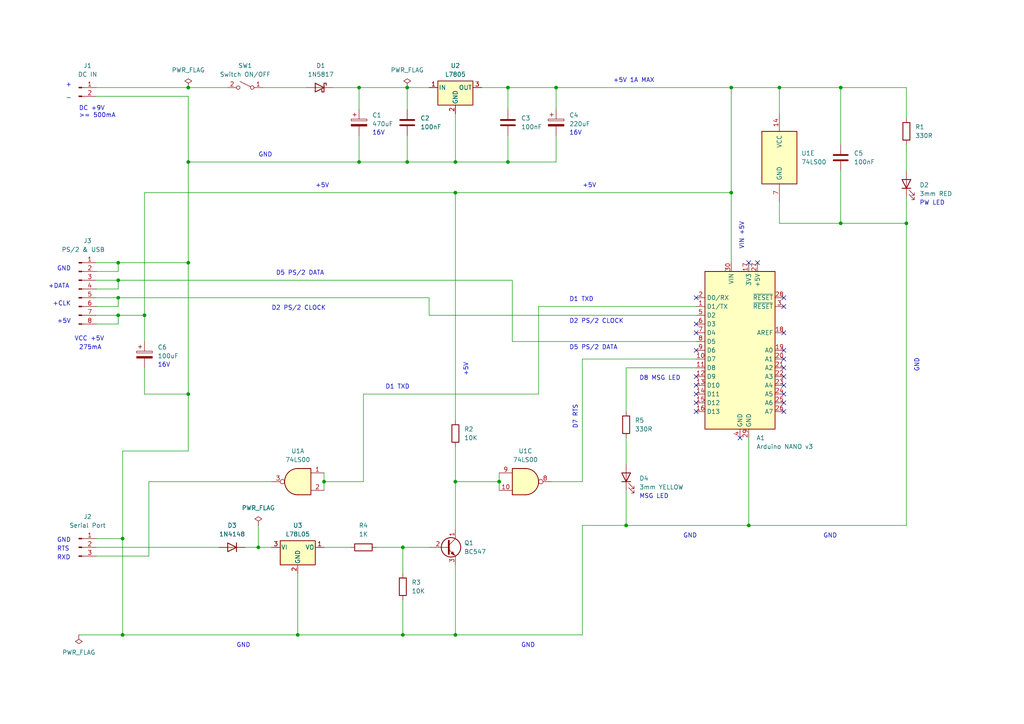
<source format=kicad_sch>
(kicad_sch (version 20230121) (generator eeschema)
  (paper "A4")
  (title_block (title "Mouse PS/2 to Serial Adapter") (date "2023-08-09") (rev "2") (company "Cesar Rincon") (comment 1 "NightFox & Co.") (comment 2 "nightfoxandco.com") (comment 3 "contact@nightfoxandco.com") (comment 4 "v1.0.1   -   \"In-a-box\" version"))
  (lib_symbols
    (symbol "74xx:74LS00" (pin_names (offset 1.016))
      (property "Reference" "U" (at 0 1.27 0))
      (property "Value" "74LS00" (at 0 -1.27 0))
      (symbol "74LS00_1_1"
        (arc (start 0 -3.81) (mid 3.7934 0) (end 0 3.81) (stroke (width 0.254)) (fill (type background)))
        (polyline (pts (xy 0 3.81) (xy -3.81 3.81) (xy -3.81 -3.81) (xy 0 -3.81)) (stroke (width 0.254)) (fill (type background)))
        (pin input line (at -7.62 2.54 0) (length 3.81) (name "~") (number "1"))
        (pin input line (at -7.62 -2.54 0) (length 3.81) (name "~") (number "2"))
        (pin output inverted (at 7.62 0 180) (length 3.81) (name "~") (number "3"))
      )
      (symbol "74LS00_1_2"
        (arc (start -3.81 -3.81) (mid -2.589 0) (end -3.81 3.81) (stroke (width 0.254)))
        (arc (start -0.6096 -3.81) (mid 2.1842 -2.5851) (end 3.81 0) (stroke (width 0.254)) (fill (type background)))
        (polyline (pts (xy -3.81 -3.81) (xy -0.635 -3.81)) (stroke (width 0.254)) (fill (type background)))
        (polyline (pts (xy -3.81 3.81) (xy -0.635 3.81)) (stroke (width 0.254)) (fill (type background)))
        (polyline (pts (xy -0.635 3.81) (xy -3.81 3.81) (xy -3.81 3.81) (xy -3.556 3.4036) (xy -3.0226 2.2606) (xy -2.6924 1.0414) (xy -2.6162 -0.254) (xy -2.7686 -1.4986) (xy -3.175 -2.7178) (xy -3.81 -3.81) (xy -3.81 -3.81) (xy -0.635 -3.81)) (stroke (width -25.4)) (fill (type background)))
        (arc (start 3.81 0) (mid 2.1915 2.5936) (end -0.6096 3.81) (stroke (width 0.254)) (fill (type background)))
        (pin input inverted (at -7.62 2.54 0) (length 4.318) (name "~") (number "1"))
        (pin input inverted (at -7.62 -2.54 0) (length 4.318) (name "~") (number "2"))
        (pin output line (at 7.62 0 180) (length 3.81) (name "~") (number "3"))
      )
      (symbol "74LS00_2_1"
        (arc (start 0 -3.81) (mid 3.7934 0) (end 0 3.81) (stroke (width 0.254)) (fill (type background)))
        (polyline (pts (xy 0 3.81) (xy -3.81 3.81) (xy -3.81 -3.81) (xy 0 -3.81)) (stroke (width 0.254)) (fill (type background)))
        (pin input line (at -7.62 2.54 0) (length 3.81) (name "~") (number "4"))
        (pin input line (at -7.62 -2.54 0) (length 3.81) (name "~") (number "5"))
        (pin output inverted (at 7.62 0 180) (length 3.81) (name "~") (number "6"))
      )
      (symbol "74LS00_2_2"
        (arc (start -3.81 -3.81) (mid -2.589 0) (end -3.81 3.81) (stroke (width 0.254)))
        (arc (start -0.6096 -3.81) (mid 2.1842 -2.5851) (end 3.81 0) (stroke (width 0.254)) (fill (type background)))
        (polyline (pts (xy -3.81 -3.81) (xy -0.635 -3.81)) (stroke (width 0.254)) (fill (type background)))
        (polyline (pts (xy -3.81 3.81) (xy -0.635 3.81)) (stroke (width 0.254)) (fill (type background)))
        (polyline (pts (xy -0.635 3.81) (xy -3.81 3.81) (xy -3.81 3.81) (xy -3.556 3.4036) (xy -3.0226 2.2606) (xy -2.6924 1.0414) (xy -2.6162 -0.254) (xy -2.7686 -1.4986) (xy -3.175 -2.7178) (xy -3.81 -3.81) (xy -3.81 -3.81) (xy -0.635 -3.81)) (stroke (width -25.4)) (fill (type background)))
        (arc (start 3.81 0) (mid 2.1915 2.5936) (end -0.6096 3.81) (stroke (width 0.254)) (fill (type background)))
        (pin input inverted (at -7.62 2.54 0) (length 4.318) (name "~") (number "4"))
        (pin input inverted (at -7.62 -2.54 0) (length 4.318) (name "~") (number "5"))
        (pin output line (at 7.62 0 180) (length 3.81) (name "~") (number "6"))
      )
      (symbol "74LS00_3_1"
        (arc (start 0 -3.81) (mid 3.7934 0) (end 0 3.81) (stroke (width 0.254)) (fill (type background)))
        (polyline (pts (xy 0 3.81) (xy -3.81 3.81) (xy -3.81 -3.81) (xy 0 -3.81)) (stroke (width 0.254)) (fill (type background)))
        (pin input line (at -7.62 -2.54 0) (length 3.81) (name "~") (number "10"))
        (pin output inverted (at 7.62 0 180) (length 3.81) (name "~") (number "8"))
        (pin input line (at -7.62 2.54 0) (length 3.81) (name "~") (number "9"))
      )
      (symbol "74LS00_3_2"
        (arc (start -3.81 -3.81) (mid -2.589 0) (end -3.81 3.81) (stroke (width 0.254)))
        (arc (start -0.6096 -3.81) (mid 2.1842 -2.5851) (end 3.81 0) (stroke (width 0.254)) (fill (type background)))
        (polyline (pts (xy -3.81 -3.81) (xy -0.635 -3.81)) (stroke (width 0.254)) (fill (type background)))
        (polyline (pts (xy -3.81 3.81) (xy -0.635 3.81)) (stroke (width 0.254)) (fill (type background)))
        (polyline (pts (xy -0.635 3.81) (xy -3.81 3.81) (xy -3.81 3.81) (xy -3.556 3.4036) (xy -3.0226 2.2606) (xy -2.6924 1.0414) (xy -2.6162 -0.254) (xy -2.7686 -1.4986) (xy -3.175 -2.7178) (xy -3.81 -3.81) (xy -3.81 -3.81) (xy -0.635 -3.81)) (stroke (width -25.4)) (fill (type background)))
        (arc (start 3.81 0) (mid 2.1915 2.5936) (end -0.6096 3.81) (stroke (width 0.254)) (fill (type background)))
        (pin input inverted (at -7.62 -2.54 0) (length 4.318) (name "~") (number "10"))
        (pin output line (at 7.62 0 180) (length 3.81) (name "~") (number "8"))
        (pin input inverted (at -7.62 2.54 0) (length 4.318) (name "~") (number "9"))
      )
      (symbol "74LS00_4_1"
        (arc (start 0 -3.81) (mid 3.7934 0) (end 0 3.81) (stroke (width 0.254)) (fill (type background)))
        (polyline (pts (xy 0 3.81) (xy -3.81 3.81) (xy -3.81 -3.81) (xy 0 -3.81)) (stroke (width 0.254)) (fill (type background)))
        (pin output inverted (at 7.62 0 180) (length 3.81) (name "~") (number "11"))
        (pin input line (at -7.62 2.54 0) (length 3.81) (name "~") (number "12"))
        (pin input line (at -7.62 -2.54 0) (length 3.81) (name "~") (number "13"))
      )
      (symbol "74LS00_4_2"
        (arc (start -3.81 -3.81) (mid -2.589 0) (end -3.81 3.81) (stroke (width 0.254)))
        (arc (start -0.6096 -3.81) (mid 2.1842 -2.5851) (end 3.81 0) (stroke (width 0.254)) (fill (type background)))
        (polyline (pts (xy -3.81 -3.81) (xy -0.635 -3.81)) (stroke (width 0.254)) (fill (type background)))
        (polyline (pts (xy -3.81 3.81) (xy -0.635 3.81)) (stroke (width 0.254)) (fill (type background)))
        (polyline (pts (xy -0.635 3.81) (xy -3.81 3.81) (xy -3.81 3.81) (xy -3.556 3.4036) (xy -3.0226 2.2606) (xy -2.6924 1.0414) (xy -2.6162 -0.254) (xy -2.7686 -1.4986) (xy -3.175 -2.7178) (xy -3.81 -3.81) (xy -3.81 -3.81) (xy -0.635 -3.81)) (stroke (width -25.4)) (fill (type background)))
        (arc (start 3.81 0) (mid 2.1915 2.5936) (end -0.6096 3.81) (stroke (width 0.254)) (fill (type background)))
        (pin output line (at 7.62 0 180) (length 3.81) (name "~") (number "11"))
        (pin input inverted (at -7.62 2.54 0) (length 4.318) (name "~") (number "12"))
        (pin input inverted (at -7.62 -2.54 0) (length 4.318) (name "~") (number "13"))
      )
      (symbol "74LS00_5_0"
        (pin power_in line (at 0 12.7 270) (length 5.08) (name "VCC") (number "14"))
        (pin power_in line (at 0 -12.7 90) (length 5.08) (name "GND") (number "7"))
      )
      (symbol "74LS00_5_1"
        (rectangle (start -5.08 7.62) (end 5.08 -7.62) (stroke (width 0.254)) (fill (type background)))
      )
    )
    (symbol "Connector:Conn_01x02_Pin" (pin_names (offset 1.016) hide)
      (property "Reference" "J" (at 0 2.54 0))
      (property "Value" "Conn_01x02_Pin" (at 0 -5.08 0))
      (symbol "Conn_01x02_Pin_1_1"
        (polyline (pts (xy 1.27 -2.54) (xy 0.8636 -2.54)) (stroke (width 0.1524)))
        (polyline (pts (xy 1.27 0) (xy 0.8636 0)) (stroke (width 0.1524)))
        (rectangle (start 0.8636 -2.413) (end 0 -2.667) (stroke (width 0.1524)) (fill (type outline)))
        (rectangle (start 0.8636 0.127) (end 0 -0.127) (stroke (width 0.1524)) (fill (type outline)))
        (pin passive line (at 5.08 0 180) (length 3.81) (name "Pin_1") (number "1"))
        (pin passive line (at 5.08 -2.54 180) (length 3.81) (name "Pin_2") (number "2"))
      )
    )
    (symbol "Connector:Conn_01x03_Pin" (pin_names (offset 1.016) hide)
      (property "Reference" "J" (at 0 5.08 0))
      (property "Value" "Conn_01x03_Pin" (at 0 -5.08 0))
      (symbol "Conn_01x03_Pin_1_1"
        (polyline (pts (xy 1.27 -2.54) (xy 0.8636 -2.54)) (stroke (width 0.1524)))
        (polyline (pts (xy 1.27 0) (xy 0.8636 0)) (stroke (width 0.1524)))
        (polyline (pts (xy 1.27 2.54) (xy 0.8636 2.54)) (stroke (width 0.1524)))
        (rectangle (start 0.8636 -2.413) (end 0 -2.667) (stroke (width 0.1524)) (fill (type outline)))
        (rectangle (start 0.8636 0.127) (end 0 -0.127) (stroke (width 0.1524)) (fill (type outline)))
        (rectangle (start 0.8636 2.667) (end 0 2.413) (stroke (width 0.1524)) (fill (type outline)))
        (pin passive line (at 5.08 2.54 180) (length 3.81) (name "Pin_1") (number "1"))
        (pin passive line (at 5.08 0 180) (length 3.81) (name "Pin_2") (number "2"))
        (pin passive line (at 5.08 -2.54 180) (length 3.81) (name "Pin_3") (number "3"))
      )
    )
    (symbol "Connector:Conn_01x08_Pin" (pin_names (offset 1.016) hide)
      (property "Reference" "J" (at 0 10.16 0))
      (property "Value" "Conn_01x08_Pin" (at 0 -12.7 0))
      (symbol "Conn_01x08_Pin_1_1"
        (polyline (pts (xy 1.27 -10.16) (xy 0.8636 -10.16)) (stroke (width 0.1524)))
        (polyline (pts (xy 1.27 -7.62) (xy 0.8636 -7.62)) (stroke (width 0.1524)))
        (polyline (pts (xy 1.27 -5.08) (xy 0.8636 -5.08)) (stroke (width 0.1524)))
        (polyline (pts (xy 1.27 -2.54) (xy 0.8636 -2.54)) (stroke (width 0.1524)))
        (polyline (pts (xy 1.27 0) (xy 0.8636 0)) (stroke (width 0.1524)))
        (polyline (pts (xy 1.27 2.54) (xy 0.8636 2.54)) (stroke (width 0.1524)))
        (polyline (pts (xy 1.27 5.08) (xy 0.8636 5.08)) (stroke (width 0.1524)))
        (polyline (pts (xy 1.27 7.62) (xy 0.8636 7.62)) (stroke (width 0.1524)))
        (rectangle (start 0.8636 -10.033) (end 0 -10.287) (stroke (width 0.1524)) (fill (type outline)))
        (rectangle (start 0.8636 -7.493) (end 0 -7.747) (stroke (width 0.1524)) (fill (type outline)))
        (rectangle (start 0.8636 -4.953) (end 0 -5.207) (stroke (width 0.1524)) (fill (type outline)))
        (rectangle (start 0.8636 -2.413) (end 0 -2.667) (stroke (width 0.1524)) (fill (type outline)))
        (rectangle (start 0.8636 0.127) (end 0 -0.127) (stroke (width 0.1524)) (fill (type outline)))
        (rectangle (start 0.8636 2.667) (end 0 2.413) (stroke (width 0.1524)) (fill (type outline)))
        (rectangle (start 0.8636 5.207) (end 0 4.953) (stroke (width 0.1524)) (fill (type outline)))
        (rectangle (start 0.8636 7.747) (end 0 7.493) (stroke (width 0.1524)) (fill (type outline)))
        (pin passive line (at 5.08 7.62 180) (length 3.81) (name "Pin_1") (number "1"))
        (pin passive line (at 5.08 5.08 180) (length 3.81) (name "Pin_2") (number "2"))
        (pin passive line (at 5.08 2.54 180) (length 3.81) (name "Pin_3") (number "3"))
        (pin passive line (at 5.08 0 180) (length 3.81) (name "Pin_4") (number "4"))
        (pin passive line (at 5.08 -2.54 180) (length 3.81) (name "Pin_5") (number "5"))
        (pin passive line (at 5.08 -5.08 180) (length 3.81) (name "Pin_6") (number "6"))
        (pin passive line (at 5.08 -7.62 180) (length 3.81) (name "Pin_7") (number "7"))
        (pin passive line (at 5.08 -10.16 180) (length 3.81) (name "Pin_8") (number "8"))
      )
    )
    (symbol "Device:C" (pin_numbers hide) (pin_names (offset 0.254))
      (property "Reference" "C" (at 0.635 2.54 0))
      (property "Value" "C" (at 0.635 -2.54 0))
      (symbol "C_0_1"
        (polyline (pts (xy -2.032 -0.762) (xy 2.032 -0.762)) (stroke (width 0.508)))
        (polyline (pts (xy -2.032 0.762) (xy 2.032 0.762)) (stroke (width 0.508)))
      )
      (symbol "C_1_1"
        (pin passive line (at 0 3.81 270) (length 2.794) (name "~") (number "1"))
        (pin passive line (at 0 -3.81 90) (length 2.794) (name "~") (number "2"))
      )
    )
    (symbol "Device:C_Polarized" (pin_numbers hide) (pin_names (offset 0.254))
      (property "Reference" "C" (at 0.635 2.54 0))
      (property "Value" "C_Polarized" (at 0.635 -2.54 0))
      (symbol "C_Polarized_0_1"
        (rectangle (start -2.286 0.508) (end 2.286 1.016))
        (polyline (pts (xy -1.778 2.286) (xy -0.762 2.286)))
        (polyline (pts (xy -1.27 2.794) (xy -1.27 1.778)))
        (rectangle (start 2.286 -0.508) (end -2.286 -1.016) (fill (type outline)))
      )
      (symbol "C_Polarized_1_1"
        (pin passive line (at 0 3.81 270) (length 2.794) (name "~") (number "1"))
        (pin passive line (at 0 -3.81 90) (length 2.794) (name "~") (number "2"))
      )
    )
    (symbol "Device:LED" (pin_numbers hide) (pin_names (offset 1.016) hide)
      (property "Reference" "D" (at 0 2.54 0))
      (property "Value" "LED" (at 0 -2.54 0))
      (symbol "LED_0_1"
        (polyline (pts (xy -1.27 -1.27) (xy -1.27 1.27)) (stroke (width 0.254)))
        (polyline (pts (xy -1.27 0) (xy 1.27 0)))
        (polyline (pts (xy 1.27 -1.27) (xy 1.27 1.27) (xy -1.27 0) (xy 1.27 -1.27)) (stroke (width 0.254)))
        (polyline (pts (xy -3.048 -0.762) (xy -4.572 -2.286) (xy -3.81 -2.286) (xy -4.572 -2.286) (xy -4.572 -1.524)))
        (polyline (pts (xy -1.778 -0.762) (xy -3.302 -2.286) (xy -2.54 -2.286) (xy -3.302 -2.286) (xy -3.302 -1.524)))
      )
      (symbol "LED_1_1"
        (pin passive line (at -3.81 0 0) (length 2.54) (name "K") (number "1"))
        (pin passive line (at 3.81 0 180) (length 2.54) (name "A") (number "2"))
      )
    )
    (symbol "Device:R" (pin_numbers hide) (pin_names (offset 0))
      (property "Reference" "R" (at 2.032 0 90))
      (property "Value" "R" (at 0 0 90))
      (symbol "R_0_1"
        (rectangle (start -1.016 -2.54) (end 1.016 2.54) (stroke (width 0.254)))
      )
      (symbol "R_1_1"
        (pin passive line (at 0 3.81 270) (length 1.27) (name "~") (number "1"))
        (pin passive line (at 0 -3.81 90) (length 1.27) (name "~") (number "2"))
      )
    )
    (symbol "Diode:1N4148" (pin_numbers hide) (pin_names hide)
      (property "Reference" "D" (at 0 2.54 0))
      (property "Value" "1N4148" (at 0 -2.54 0))
      (symbol "1N4148_0_1"
        (polyline (pts (xy -1.27 1.27) (xy -1.27 -1.27)) (stroke (width 0.254)))
        (polyline (pts (xy 1.27 0) (xy -1.27 0)))
        (polyline (pts (xy 1.27 1.27) (xy 1.27 -1.27) (xy -1.27 0) (xy 1.27 1.27)) (stroke (width 0.254)))
      )
      (symbol "1N4148_1_1"
        (pin passive line (at -3.81 0 0) (length 2.54) (name "K") (number "1"))
        (pin passive line (at 3.81 0 180) (length 2.54) (name "A") (number "2"))
      )
    )
    (symbol "Diode:1N5817" (pin_numbers hide) (pin_names (offset 1.016) hide)
      (property "Reference" "D" (at 0 2.54 0))
      (property "Value" "1N5817" (at 0 -2.54 0))
      (symbol "1N5817_0_1"
        (polyline (pts (xy 1.27 0) (xy -1.27 0)))
        (polyline (pts (xy 1.27 1.27) (xy 1.27 -1.27) (xy -1.27 0) (xy 1.27 1.27)) (stroke (width 0.254)))
        (polyline (pts (xy -1.905 0.635) (xy -1.905 1.27) (xy -1.27 1.27) (xy -1.27 -1.27) (xy -0.635 -1.27) (xy -0.635 -0.635)) (stroke (width 0.254)))
      )
      (symbol "1N5817_1_1"
        (pin passive line (at -3.81 0 0) (length 2.54) (name "K") (number "1"))
        (pin passive line (at 3.81 0 180) (length 2.54) (name "A") (number "2"))
      )
    )
    (symbol "MCU_Module:Arduino_Nano_v3.x"
      (property "Reference" "A" (at -10.16 23.495 0))
      (property "Value" "Arduino_Nano_v3.x" (at 5.08 -24.13 0))
      (symbol "Arduino_Nano_v3.x_0_1"
        (rectangle (start -10.16 22.86) (end 10.16 -22.86) (stroke (width 0.254)) (fill (type background)))
      )
      (symbol "Arduino_Nano_v3.x_1_1"
        (pin bidirectional line (at -12.7 12.7 0) (length 2.54) (name "D1/TX") (number "1"))
        (pin bidirectional line (at -12.7 -2.54 0) (length 2.54) (name "D7") (number "10"))
        (pin bidirectional line (at -12.7 -5.08 0) (length 2.54) (name "D8") (number "11"))
        (pin bidirectional line (at -12.7 -7.62 0) (length 2.54) (name "D9") (number "12"))
        (pin bidirectional line (at -12.7 -10.16 0) (length 2.54) (name "D10") (number "13"))
        (pin bidirectional line (at -12.7 -12.7 0) (length 2.54) (name "D11") (number "14"))
        (pin bidirectional line (at -12.7 -15.24 0) (length 2.54) (name "D12") (number "15"))
        (pin bidirectional line (at -12.7 -17.78 0) (length 2.54) (name "D13") (number "16"))
        (pin power_out line (at 2.54 25.4 270) (length 2.54) (name "3V3") (number "17"))
        (pin input line (at 12.7 5.08 180) (length 2.54) (name "AREF") (number "18"))
        (pin bidirectional line (at 12.7 0 180) (length 2.54) (name "A0") (number "19"))
        (pin bidirectional line (at -12.7 15.24 0) (length 2.54) (name "D0/RX") (number "2"))
        (pin bidirectional line (at 12.7 -2.54 180) (length 2.54) (name "A1") (number "20"))
        (pin bidirectional line (at 12.7 -5.08 180) (length 2.54) (name "A2") (number "21"))
        (pin bidirectional line (at 12.7 -7.62 180) (length 2.54) (name "A3") (number "22"))
        (pin bidirectional line (at 12.7 -10.16 180) (length 2.54) (name "A4") (number "23"))
        (pin bidirectional line (at 12.7 -12.7 180) (length 2.54) (name "A5") (number "24"))
        (pin bidirectional line (at 12.7 -15.24 180) (length 2.54) (name "A6") (number "25"))
        (pin bidirectional line (at 12.7 -17.78 180) (length 2.54) (name "A7") (number "26"))
        (pin power_out line (at 5.08 25.4 270) (length 2.54) (name "+5V") (number "27"))
        (pin input line (at 12.7 15.24 180) (length 2.54) (name "~{RESET}") (number "28"))
        (pin power_in line (at 2.54 -25.4 90) (length 2.54) (name "GND") (number "29"))
        (pin input line (at 12.7 12.7 180) (length 2.54) (name "~{RESET}") (number "3"))
        (pin power_in line (at -2.54 25.4 270) (length 2.54) (name "VIN") (number "30"))
        (pin power_in line (at 0 -25.4 90) (length 2.54) (name "GND") (number "4"))
        (pin bidirectional line (at -12.7 10.16 0) (length 2.54) (name "D2") (number "5"))
        (pin bidirectional line (at -12.7 7.62 0) (length 2.54) (name "D3") (number "6"))
        (pin bidirectional line (at -12.7 5.08 0) (length 2.54) (name "D4") (number "7"))
        (pin bidirectional line (at -12.7 2.54 0) (length 2.54) (name "D5") (number "8"))
        (pin bidirectional line (at -12.7 0 0) (length 2.54) (name "D6") (number "9"))
      )
    )
    (symbol "Regulator_Linear:L7805" (pin_names (offset 0.254))
      (property "Reference" "U" (at -3.81 3.175 0))
      (property "Value" "L7805" (at 0 3.175 0))
      (symbol "L7805_0_1"
        (rectangle (start -5.08 1.905) (end 5.08 -5.08) (stroke (width 0.254)) (fill (type background)))
      )
      (symbol "L7805_1_1"
        (pin power_in line (at -7.62 0 0) (length 2.54) (name "IN") (number "1"))
        (pin power_in line (at 0 -7.62 90) (length 2.54) (name "GND") (number "2"))
        (pin power_out line (at 7.62 0 180) (length 2.54) (name "OUT") (number "3"))
      )
    )
    (symbol "Regulator_Linear:L78L05_TO92" (pin_names (offset 0.254))
      (property "Reference" "U" (at -3.81 3.175 0))
      (property "Value" "L78L05_TO92" (at 0 3.175 0))
      (symbol "L78L05_TO92_0_1"
        (rectangle (start -5.08 -5.08) (end 5.08 1.905) (stroke (width 0.254)) (fill (type background)))
      )
      (symbol "L78L05_TO92_1_1"
        (pin power_out line (at 7.62 0 180) (length 2.54) (name "VO") (number "1"))
        (pin power_in line (at 0 -7.62 90) (length 2.54) (name "GND") (number "2"))
        (pin power_in line (at -7.62 0 0) (length 2.54) (name "VI") (number "3"))
      )
    )
    (symbol "Switch:SW_SPST" (pin_names (offset 0) hide)
      (property "Reference" "SW" (at 0 3.175 0))
      (property "Value" "SW_SPST" (at 0 -2.54 0))
      (symbol "SW_SPST_0_0"
        (circle (center -2.032 0) (radius 0.508))
        (polyline (pts (xy -1.524 0.254) (xy 1.524 1.778)))
        (circle (center 2.032 0) (radius 0.508))
      )
      (symbol "SW_SPST_1_1"
        (pin passive line (at -5.08 0 0) (length 2.54) (name "A") (number "1"))
        (pin passive line (at 5.08 0 180) (length 2.54) (name "B") (number "2"))
      )
    )
    (symbol "Transistor_BJT:BC547" (pin_names (offset 0) hide)
      (property "Reference" "Q" (at 5.08 1.905 0))
      (property "Value" "BC547" (at 5.08 0 0))
      (symbol "BC547_0_1"
        (polyline (pts (xy 0 0) (xy 0.635 0)))
        (polyline (pts (xy 0.635 0.635) (xy 2.54 2.54)))
        (polyline (pts (xy 0.635 -0.635) (xy 2.54 -2.54) (xy 2.54 -2.54)))
        (polyline (pts (xy 0.635 1.905) (xy 0.635 -1.905) (xy 0.635 -1.905)) (stroke (width 0.508)))
        (polyline (pts (xy 1.27 -1.778) (xy 1.778 -1.27) (xy 2.286 -2.286) (xy 1.27 -1.778) (xy 1.27 -1.778)) (fill (type outline)))
        (circle (center 1.27 0) (radius 2.8194) (stroke (width 0.254)))
      )
      (symbol "BC547_1_1"
        (pin passive line (at 2.54 5.08 270) (length 2.54) (name "C") (number "1"))
        (pin input line (at -5.08 0 0) (length 5.08) (name "B") (number "2"))
        (pin passive line (at 2.54 -5.08 90) (length 2.54) (name "E") (number "3"))
      )
    )
    (symbol "power:PWR_FLAG" (power) (pin_numbers hide) (pin_names (offset 0) hide)
      (property "Value" "PWR_FLAG" (at 0 3.81 0))
      (symbol "PWR_FLAG_0_0"
        (pin power_out line (at 0 0 90) (length 0) (name "pwr") (number "1"))
      )
      (symbol "PWR_FLAG_0_1"
        (polyline (pts (xy 0 0) (xy 0 1.27) (xy -1.016 1.905) (xy 0 2.54) (xy 1.016 1.905) (xy 0 1.27)))
      )
    )
  )
  (junction (at 262.89 64.77))
  (junction (at 41.91 91.44))
  (junction (at 34.29 91.44))
  (junction (at 118.11 46.99))
  (junction (at 144.78 139.7))
  (junction (at 104.14 46.99))
  (junction (at 34.29 86.36))
  (junction (at 181.61 152.4))
  (junction (at 104.14 25.4))
  (junction (at 93.98 139.7))
  (junction (at 54.61 114.3))
  (junction (at 212.09 25.4))
  (junction (at 132.08 184.15))
  (junction (at 116.84 158.75))
  (junction (at 118.11 25.4))
  (junction (at 161.29 25.4))
  (junction (at 34.29 76.2))
  (junction (at 132.08 46.99))
  (junction (at 147.32 46.99))
  (junction (at 74.93 158.75))
  (junction (at 243.84 25.4))
  (junction (at 243.84 64.77))
  (junction (at 132.08 139.7))
  (junction (at 34.29 81.28))
  (junction (at 54.61 76.2))
  (junction (at 116.84 184.15))
  (junction (at 226.06 25.4))
  (junction (at 212.09 55.88))
  (junction (at 35.56 184.15))
  (junction (at 86.36 184.15))
  (junction (at 132.08 55.88))
  (junction (at 217.17 152.4))
  (junction (at 147.32 25.4))
  (junction (at 54.61 46.99))
  (junction (at 35.56 156.21))
  (junction (at 54.61 25.4))
  (no_connect (at 219.71 76.2))
  (no_connect (at 227.33 114.3))
  (no_connect (at 227.33 104.14))
  (no_connect (at 227.33 119.38))
  (no_connect (at 227.33 88.9))
  (no_connect (at 201.93 96.52))
  (no_connect (at 227.33 96.52))
  (no_connect (at 217.17 76.2))
  (no_connect (at 227.33 86.36))
  (no_connect (at 201.93 114.3))
  (no_connect (at 227.33 116.84))
  (no_connect (at 201.93 111.76))
  (no_connect (at 214.63 127))
  (no_connect (at 227.33 101.6))
  (no_connect (at 201.93 86.36))
  (no_connect (at 227.33 106.68))
  (no_connect (at 201.93 119.38))
  (no_connect (at 227.33 111.76))
  (no_connect (at 201.93 93.98))
  (no_connect (at 201.93 109.22))
  (no_connect (at 227.33 109.22))
  (no_connect (at 201.93 101.6))
  (no_connect (at 201.93 116.84))
  (wire (pts (xy 243.84 64.77) (xy 262.89 64.77)))
  (wire (pts (xy 139.7 25.4) (xy 147.32 25.4)))
  (wire (pts (xy 160.02 139.7) (xy 168.91 139.7)))
  (wire (pts (xy 41.91 91.44) (xy 41.91 99.06)))
  (wire (pts (xy 124.46 91.44) (xy 201.93 91.44)))
  (wire (pts (xy 54.61 25.4) (xy 66.04 25.4)))
  (wire (pts (xy 132.08 55.88) (xy 212.09 55.88)))
  (wire (pts (xy 54.61 76.2) (xy 54.61 114.3)))
  (wire (pts (xy 34.29 91.44) (xy 27.94 91.44)))
  (wire (pts (xy 27.94 88.9) (xy 34.29 88.9)))
  (wire (pts (xy 54.61 130.81) (xy 35.56 130.81)))
  (wire (pts (xy 41.91 106.68) (xy 41.91 114.3)))
  (wire (pts (xy 109.22 158.75) (xy 116.84 158.75)))
  (wire (pts (xy 144.78 137.16) (xy 144.78 139.7)))
  (wire (pts (xy 132.08 139.7) (xy 144.78 139.7)))
  (wire (pts (xy 118.11 46.99) (xy 132.08 46.99)))
  (wire (pts (xy 262.89 25.4) (xy 262.89 34.29)))
  (wire (pts (xy 226.06 64.77) (xy 243.84 64.77)))
  (wire (pts (xy 147.32 25.4) (xy 147.32 31.75)))
  (wire (pts (xy 212.09 25.4) (xy 226.06 25.4)))
  (wire (pts (xy 118.11 25.4) (xy 124.46 25.4)))
  (wire (pts (xy 93.98 137.16) (xy 93.98 139.7)))
  (wire (pts (xy 27.94 83.82) (xy 34.29 83.82)))
  (wire (pts (xy 34.29 88.9) (xy 34.29 86.36)))
  (wire (pts (xy 104.14 46.99) (xy 118.11 46.99)))
  (wire (pts (xy 54.61 46.99) (xy 54.61 76.2)))
  (wire (pts (xy 168.91 104.14) (xy 201.93 104.14)))
  (wire (pts (xy 161.29 25.4) (xy 161.29 31.75)))
  (wire (pts (xy 243.84 25.4) (xy 262.89 25.4)))
  (wire (pts (xy 181.61 127) (xy 181.61 134.62)))
  (wire (pts (xy 74.93 152.4) (xy 74.93 158.75)))
  (wire (pts (xy 54.61 46.99) (xy 104.14 46.99)))
  (wire (pts (xy 41.91 55.88) (xy 41.91 91.44)))
  (wire (pts (xy 27.94 93.98) (xy 34.29 93.98)))
  (wire (pts (xy 118.11 25.4) (xy 118.11 31.75)))
  (wire (pts (xy 27.94 76.2) (xy 34.29 76.2)))
  (wire (pts (xy 27.94 158.75) (xy 63.5 158.75)))
  (wire (pts (xy 74.93 158.75) (xy 78.74 158.75)))
  (wire (pts (xy 132.08 46.99) (xy 132.08 33.02)))
  (wire (pts (xy 27.94 161.29) (xy 43.18 161.29)))
  (wire (pts (xy 71.12 158.75) (xy 74.93 158.75)))
  (wire (pts (xy 116.84 184.15) (xy 132.08 184.15)))
  (wire (pts (xy 43.18 139.7) (xy 78.74 139.7)))
  (wire (pts (xy 118.11 46.99) (xy 118.11 39.37)))
  (wire (pts (xy 156.21 114.3) (xy 156.21 88.9)))
  (wire (pts (xy 105.41 114.3) (xy 105.41 139.7)))
  (wire (pts (xy 201.93 106.68) (xy 181.61 106.68)))
  (wire (pts (xy 35.56 156.21) (xy 35.56 184.15)))
  (wire (pts (xy 35.56 184.15) (xy 86.36 184.15)))
  (wire (pts (xy 132.08 139.7) (xy 132.08 129.54)))
  (wire (pts (xy 27.94 86.36) (xy 34.29 86.36)))
  (wire (pts (xy 168.91 139.7) (xy 168.91 104.14)))
  (wire (pts (xy 217.17 127) (xy 217.17 152.4)))
  (wire (pts (xy 34.29 86.36) (xy 124.46 86.36)))
  (wire (pts (xy 262.89 64.77) (xy 262.89 57.15)))
  (wire (pts (xy 34.29 83.82) (xy 34.29 81.28)))
  (wire (pts (xy 54.61 114.3) (xy 54.61 130.81)))
  (wire (pts (xy 148.59 99.06) (xy 201.93 99.06)))
  (wire (pts (xy 104.14 25.4) (xy 118.11 25.4)))
  (wire (pts (xy 132.08 184.15) (xy 168.91 184.15)))
  (wire (pts (xy 93.98 139.7) (xy 93.98 142.24)))
  (wire (pts (xy 27.94 81.28) (xy 34.29 81.28)))
  (wire (pts (xy 148.59 81.28) (xy 148.59 99.06)))
  (wire (pts (xy 243.84 25.4) (xy 243.84 41.91)))
  (wire (pts (xy 147.32 46.99) (xy 147.32 39.37)))
  (wire (pts (xy 226.06 58.42) (xy 226.06 64.77)))
  (wire (pts (xy 262.89 152.4) (xy 262.89 64.77)))
  (wire (pts (xy 86.36 166.37) (xy 86.36 184.15)))
  (wire (pts (xy 41.91 55.88) (xy 132.08 55.88)))
  (wire (pts (xy 34.29 76.2) (xy 54.61 76.2)))
  (wire (pts (xy 156.21 88.9) (xy 201.93 88.9)))
  (wire (pts (xy 34.29 93.98) (xy 34.29 91.44)))
  (wire (pts (xy 41.91 91.44) (xy 34.29 91.44)))
  (wire (pts (xy 161.29 25.4) (xy 212.09 25.4)))
  (wire (pts (xy 34.29 76.2) (xy 34.29 78.74)))
  (wire (pts (xy 93.98 158.75) (xy 101.6 158.75)))
  (wire (pts (xy 124.46 86.36) (xy 124.46 91.44)))
  (wire (pts (xy 22.86 184.15) (xy 35.56 184.15)))
  (wire (pts (xy 262.89 41.91) (xy 262.89 49.53)))
  (wire (pts (xy 181.61 152.4) (xy 217.17 152.4)))
  (wire (pts (xy 212.09 55.88) (xy 212.09 76.2)))
  (wire (pts (xy 147.32 25.4) (xy 161.29 25.4)))
  (wire (pts (xy 168.91 152.4) (xy 181.61 152.4)))
  (wire (pts (xy 27.94 27.94) (xy 54.61 27.94)))
  (wire (pts (xy 168.91 152.4) (xy 168.91 184.15)))
  (wire (pts (xy 41.91 114.3) (xy 54.61 114.3)))
  (wire (pts (xy 161.29 46.99) (xy 161.29 39.37)))
  (wire (pts (xy 116.84 158.75) (xy 116.84 166.37)))
  (wire (pts (xy 27.94 78.74) (xy 34.29 78.74)))
  (wire (pts (xy 144.78 139.7) (xy 144.78 142.24)))
  (wire (pts (xy 54.61 27.94) (xy 54.61 46.99)))
  (wire (pts (xy 181.61 152.4) (xy 181.61 142.24)))
  (wire (pts (xy 104.14 25.4) (xy 104.14 31.75)))
  (wire (pts (xy 226.06 25.4) (xy 226.06 33.02)))
  (wire (pts (xy 27.94 25.4) (xy 54.61 25.4)))
  (wire (pts (xy 132.08 163.83) (xy 132.08 184.15)))
  (wire (pts (xy 116.84 158.75) (xy 124.46 158.75)))
  (wire (pts (xy 116.84 173.99) (xy 116.84 184.15)))
  (wire (pts (xy 34.29 81.28) (xy 148.59 81.28)))
  (wire (pts (xy 132.08 46.99) (xy 147.32 46.99)))
  (wire (pts (xy 132.08 139.7) (xy 132.08 153.67)))
  (wire (pts (xy 96.52 25.4) (xy 104.14 25.4)))
  (wire (pts (xy 93.98 139.7) (xy 105.41 139.7)))
  (wire (pts (xy 86.36 184.15) (xy 116.84 184.15)))
  (wire (pts (xy 132.08 55.88) (xy 132.08 121.92)))
  (wire (pts (xy 243.84 49.53) (xy 243.84 64.77)))
  (wire (pts (xy 43.18 161.29) (xy 43.18 139.7)))
  (wire (pts (xy 217.17 152.4) (xy 262.89 152.4)))
  (wire (pts (xy 181.61 106.68) (xy 181.61 119.38)))
  (wire (pts (xy 104.14 39.37) (xy 104.14 46.99)))
  (wire (pts (xy 147.32 46.99) (xy 161.29 46.99)))
  (wire (pts (xy 212.09 25.4) (xy 212.09 55.88)))
  (wire (pts (xy 226.06 25.4) (xy 243.84 25.4)))
  (wire (pts (xy 105.41 114.3) (xy 156.21 114.3)))
  (wire (pts (xy 76.2 25.4) (xy 88.9 25.4)))
  (wire (pts (xy 27.94 156.21) (xy 35.56 156.21)))
  (wire (pts (xy 35.56 130.81) (xy 35.56 156.21)))
  (text "+CLK" (at 15.24 88.9 0) (effects (font (size 1.27 1.27)) (justify left bottom)))
  (text "PW LED" (at 266.7 59.69 0) (effects (font (size 1.27 1.27)) (justify left bottom)))
  (text "GND" (at 266.7 107.95 90) (effects (font (size 1.27 1.27)) (justify left bottom)))
  (text "16V" (at 165.1 39.37 0) (effects (font (size 1.27 1.27)) (justify left bottom)))
  (text "VCC +5V" (at 21.59 99.06 0) (effects (font (size 1.27 1.27)) (justify left bottom)))
  (text "GND" (at 16.51 78.74 0) (effects (font (size 1.27 1.27)) (justify left bottom)))
  (text "16V" (at 45.72 106.68 0) (effects (font (size 1.27 1.27)) (justify left bottom)))
  (text "MSG LED" (at 185.42 144.78 0) (effects (font (size 1.27 1.27)) (justify left bottom)))
  (text "+5V" (at 135.89 109.22 90) (effects (font (size 1.27 1.27)) (justify left bottom)))
  (text "D8 MSG LED" (at 185.42 110.49 0) (effects (font (size 1.27 1.27)) (justify left bottom)))
  (text "DC +9V\n>= 500mA" (at 22.86 34.29 0) (effects (font (size 1.27 1.27)) (justify left bottom)))
  (text "GND" (at 198.12 156.21 0) (effects (font (size 1.27 1.27)) (justify left bottom)))
  (text "RTS" (at 16.51 160.02 0) (effects (font (size 1.27 1.27)) (justify left bottom)))
  (text "D5 PS/2 DATA" (at 165.1 101.6 0) (effects (font (size 1.27 1.27)) (justify left bottom)))
  (text "D1 TXD" (at 165.1 87.63 0) (effects (font (size 1.27 1.27)) (justify left bottom)))
  (text "+5V" (at 91.44 54.61 0) (effects (font (size 1.27 1.27)) (justify left bottom)))
  (text "D1 TXD" (at 111.76 113.03 0) (effects (font (size 1.27 1.27)) (justify left bottom)))
  (text "D2 PS/2 CLOCK" (at 165.1 93.98 0) (effects (font (size 1.27 1.27)) (justify left bottom)))
  (text "GND" (at 68.58 187.96 0) (effects (font (size 1.27 1.27)) (justify left bottom)))
  (text "D2 PS/2 CLOCK" (at 78.74 90.17 0) (effects (font (size 1.27 1.27)) (justify left bottom)))
  (text "GND" (at 151.13 187.96 0) (effects (font (size 1.27 1.27)) (justify left bottom)))
  (text "GND" (at 16.51 157.48 0) (effects (font (size 1.27 1.27)) (justify left bottom)))
  (text "-" (at 19.05 29.21 0) (effects (font (size 1.27 1.27)) (justify left bottom)))
  (text "16V" (at 107.95 39.37 0) (effects (font (size 1.27 1.27)) (justify left bottom)))
  (text "+5V" (at 16.51 93.98 0) (effects (font (size 1.27 1.27)) (justify left bottom)))
  (text "VIN +5V" (at 215.9 72.39 90) (effects (font (size 1.27 1.27)) (justify left bottom)))
  (text "RXD" (at 16.51 162.56 0) (effects (font (size 1.27 1.27)) (justify left bottom)))
  (text "D7 RTS" (at 167.64 124.46 90) (effects (font (size 1.27 1.27)) (justify left bottom)))
  (text "+" (at 19.05 25.4 0) (effects (font (size 1.27 1.27)) (justify left bottom)))
  (text "+5V 1A MAX" (at 177.8 24.13 0) (effects (font (size 1.27 1.27)) (justify left bottom)))
  (text "D5 PS/2 DATA" (at 80.01 80.01 0) (effects (font (size 1.27 1.27)) (justify left bottom)))
  (text "+DATA" (at 13.97 83.82 0) (effects (font (size 1.27 1.27)) (justify left bottom)))
  (text "GND" (at 238.76 156.21 0) (effects (font (size 1.27 1.27)) (justify left bottom)))
  (text "+5V" (at 168.91 54.61 0) (effects (font (size 1.27 1.27)) (justify left bottom)))
  (text "275mA" (at 22.86 101.6 0) (effects (font (size 1.27 1.27)) (justify left bottom)))
  (text "GND" (at 74.93 45.72 0) (effects (font (size 1.27 1.27)) (justify left bottom)))
  (symbol (lib_id "Device:C") (at 243.84 45.72 0) (unit 1)
    (property "Reference" "C5" (at 247.65 44.45 0) (effects (justify left)))
    (property "Value" "100nF" (at 247.65 46.99 0) (effects (justify left)))
    (property "Footprint" "Capacitor_THT:C_Disc_D6.0mm_W2.5mm_P5.00mm" (effects hide))
  )
  (symbol (lib_id "Device:R") (at 262.89 38.1 0) (unit 1)
    (property "Reference" "R1" (at 265.43 36.83 0) (effects (justify left)))
    (property "Value" "330R" (at 265.43 39.37 0) (effects (justify left)))
    (property "Footprint" "Resistor_THT:R_Axial_DIN0207_L6.3mm_D2.5mm_P7.62mm_Horizontal" (effects hide))
  )
  (symbol (lib_id "Diode:1N5817") (at 92.71 25.4 0) (mirror y) (unit 1)
    (property "Reference" "D1" (at 93.0275 19.05 0))
    (property "Value" "1N5817" (at 93.0275 21.59 0))
    (property "Footprint" "Diode_THT:D_DO-41_SOD81_P10.16mm_Horizontal" (effects hide))
    (property "Datasheet" "http://www.vishay.com/docs/88525/1n5817.pdf" (effects hide))
  )
  (symbol (lib_id "Transistor_BJT:BC547") (at 129.54 158.75 0) (unit 1)
    (property "Reference" "Q1" (at 134.62 157.48 0) (effects (justify left)))
    (property "Value" "BC547" (at 134.62 160.02 0) (effects (justify left)))
    (property "Footprint" "Package_TO_SOT_THT:TO-92_Inline" (effects hide))
    (property "Datasheet" "https://www.onsemi.com/pub/Collateral/BC550-D.pdf" (effects hide))
  )
  (symbol (lib_id "Device:C") (at 147.32 35.56 0) (unit 1)
    (property "Reference" "C3" (at 151.13 34.29 0) (effects (justify left)))
    (property "Value" "100nF" (at 151.13 36.83 0) (effects (justify left)))
    (property "Footprint" "Capacitor_THT:C_Disc_D6.0mm_W2.5mm_P5.00mm" (effects hide))
  )
  (symbol (lib_id "Device:C_Polarized") (at 41.91 102.87 0) (unit 1)
    (property "Reference" "C6" (at 45.72 100.711 0) (effects (justify left)))
    (property "Value" "100uF" (at 45.72 103.251 0) (effects (justify left)))
    (property "Footprint" "Capacitor_THT:CP_Radial_D8.0mm_P3.80mm" (effects hide))
  )
  (symbol (lib_id "MCU_Module:Arduino_Nano_v3.x") (at 214.63 101.6 0) (unit 1)
    (property "Reference" "A1" (at 219.3641 127 0) (effects (justify left)))
    (property "Value" "Arduino NANO v3" (at 219.3641 129.54 0) (effects (justify left)))
    (property "Footprint" "Module:Arduino_Nano" (effects hide))
    (property "Datasheet" "http://www.mouser.com/pdfdocs/Gravitech_Arduino_Nano3_0.pdf" (effects hide))
  )
  (symbol (lib_id "Device:C_Polarized") (at 104.14 35.56 0) (unit 1)
    (property "Reference" "C1" (at 107.95 33.401 0) (effects (justify left)))
    (property "Value" "470uF" (at 107.95 35.941 0) (effects (justify left)))
    (property "Footprint" "Capacitor_THT:CP_Radial_D8.0mm_P3.80mm" (effects hide))
  )
  (symbol (lib_id "Regulator_Linear:L7805") (at 132.08 25.4 0) (unit 1)
    (property "Reference" "U2" (at 132.08 19.05 0))
    (property "Value" "L7805" (at 132.08 21.59 0))
    (property "Footprint" "Package_TO_SOT_THT:TO-220-3_Vertical" (effects hide))
    (property "Datasheet" "http://www.st.com/content/ccc/resource/technical/document/datasheet/41/4f/b3/b0/12/d4/47/88/CD00000444.pdf/files/CD00000444.pdf/jcr:content/translations/en.CD00000444.pdf" (effects hide))
  )
  (symbol (lib_id "Diode:1N4148") (at 67.31 158.75 0) (mirror y) (unit 1)
    (property "Reference" "D3" (at 67.31 152.4 0))
    (property "Value" "1N4148" (at 67.31 154.94 0))
    (property "Footprint" "Diode_THT:D_DO-35_SOD27_P7.62mm_Horizontal" (effects hide))
    (property "Datasheet" "https://assets.nexperia.com/documents/data-sheet/1N4148_1N4448.pdf" (effects hide))
    (property "Sim.Device" "D" (effects hide))
    (property "Sim.Pins" "1=K 2=A" (effects hide))
  )
  (symbol (lib_id "74xx:74LS00") (at 86.36 139.7 0) (mirror y) (unit 1)
    (property "Reference" "U1" (at 86.3683 130.81 0))
    (property "Value" "74LS00" (at 86.3683 133.35 0))
    (property "Footprint" "Package_DIP:DIP-14_W7.62mm_Socket" (effects hide))
    (property "Datasheet" "http://www.ti.com/lit/gpn/sn74ls00" (effects hide))
  )
  (symbol (lib_id "74xx:74LS00") (at 152.4 139.7 0) (unit 3)
    (property "Reference" "U1" (at 152.3917 130.81 0))
    (property "Value" "74LS00" (at 152.3917 133.35 0))
    (property "Footprint" "Package_DIP:DIP-14_W7.62mm_Socket" (effects hide))
    (property "Datasheet" "http://www.ti.com/lit/gpn/sn74ls00" (effects hide))
  )
  (symbol (lib_id "Regulator_Linear:L78L05_TO92") (at 86.36 158.75 0) (unit 1)
    (property "Reference" "U3" (at 86.36 152.4 0))
    (property "Value" "L78L05" (at 86.36 154.94 0))
    (property "Footprint" "Package_TO_SOT_THT:TO-92_Inline" (effects hide))
    (property "Datasheet" "http://www.st.com/content/ccc/resource/technical/document/datasheet/15/55/e5/aa/23/5b/43/fd/CD00000446.pdf/files/CD00000446.pdf/jcr:content/translations/en.CD00000446.pdf" (effects hide))
  )
  (symbol (lib_id "Switch:SW_SPST") (at 71.12 25.4 0) (mirror y) (unit 1)
    (property "Reference" "SW1" (at 71.12 19.05 0))
    (property "Value" "Switch ON/OFF" (at 71.12 21.59 0))
    (property "Footprint" "TerminalBlock_TE-Connectivity:TerminalBlock_TE_282834-2_1x02_P2.54mm_Horizontal" (effects hide))
  )
  (symbol (lib_id "Connector:Conn_01x03_Pin") (at 22.86 158.75 0) (unit 1)
    (property "Reference" "J2" (at 25.4 149.86 0))
    (property "Value" "Serial Port" (at 25.4 152.4 0))
    (property "Footprint" "TerminalBlock_TE-Connectivity:TerminalBlock_TE_282834-3_1x03_P2.54mm_Horizontal" (effects hide))
  )
  (symbol (lib_id "Connector:Conn_01x02_Pin") (at 22.86 25.4 0) (unit 1)
    (property "Reference" "J1" (at 25.4 19.05 0))
    (property "Value" "DC IN" (at 25.4 21.59 0))
    (property "Footprint" "TerminalBlock_TE-Connectivity:TerminalBlock_TE_282834-2_1x02_P2.54mm_Horizontal" (effects hide))
  )
  (symbol (lib_id "Device:R") (at 116.84 170.18 0) (unit 1)
    (property "Reference" "R3" (at 119.38 168.91 0) (effects (justify left)))
    (property "Value" "10K" (at 119.38 171.45 0) (effects (justify left)))
    (property "Footprint" "Resistor_THT:R_Axial_DIN0207_L6.3mm_D2.5mm_P7.62mm_Horizontal" (effects hide))
  )
  (symbol (lib_id "power:PWR_FLAG") (at 22.86 184.15 0) (mirror x) (unit 1)
    (property "Reference" "#FLG02" (effects hide))
    (property "Value" "PWR_FLAG" (at 22.86 189.23 0))
  )
  (symbol (lib_id "power:PWR_FLAG") (at 74.93 152.4 0) (unit 1)
    (property "Reference" "#FLG04" (effects hide))
    (property "Value" "PWR_FLAG" (at 74.93 147.32 0))
  )
  (symbol (lib_id "Device:C") (at 118.11 35.56 0) (unit 1)
    (property "Reference" "C2" (at 121.92 34.29 0) (effects (justify left)))
    (property "Value" "100nF" (at 121.92 36.83 0) (effects (justify left)))
    (property "Footprint" "Capacitor_THT:C_Disc_D6.0mm_W2.5mm_P5.00mm" (effects hide))
  )
  (symbol (lib_id "power:PWR_FLAG") (at 54.61 25.4 0) (unit 1)
    (property "Reference" "#FLG01" (effects hide))
    (property "Value" "PWR_FLAG" (at 54.61 20.32 0))
  )
  (symbol (lib_id "power:PWR_FLAG") (at 118.11 25.4 0) (unit 1)
    (property "Reference" "#FLG03" (effects hide))
    (property "Value" "PWR_FLAG" (at 118.11 20.32 0))
  )
  (symbol (lib_id "Device:LED") (at 181.61 138.43 90) (unit 1)
    (property "Reference" "D4" (at 185.42 138.7475 90) (effects (justify right)))
    (property "Value" "3mm YELLOW" (at 185.42 141.2875 90) (effects (justify right)))
    (property "Footprint" "LED_THT:LED_D3.0mm" (effects hide))
  )
  (symbol (lib_id "Connector:Conn_01x08_Pin") (at 22.86 83.82 0) (unit 1)
    (property "Reference" "J3" (at 25.4 69.85 0))
    (property "Value" "PS/2 & USB" (at 24.13 72.39 0))
    (property "Footprint" "Connector_PinHeader_2.54mm:PinHeader_2x04_P2.54mm_Vertical" (effects hide))
  )
  (symbol (lib_id "Device:C_Polarized") (at 161.29 35.56 0) (unit 1)
    (property "Reference" "C4" (at 165.1 33.401 0) (effects (justify left)))
    (property "Value" "220uF" (at 165.1 35.941 0) (effects (justify left)))
    (property "Footprint" "Capacitor_THT:CP_Radial_D8.0mm_P3.80mm" (effects hide))
  )
  (symbol (lib_id "74xx:74LS00") (at 226.06 45.72 0) (unit 5)
    (property "Reference" "U1" (at 232.41 44.45 0) (effects (justify left)))
    (property "Value" "74LS00" (at 232.41 46.99 0) (effects (justify left)))
    (property "Footprint" "Package_DIP:DIP-14_W7.62mm_Socket" (effects hide))
    (property "Datasheet" "http://www.ti.com/lit/gpn/sn74ls00" (effects hide))
  )
  (symbol (lib_id "Device:R") (at 181.61 123.19 0) (unit 1)
    (property "Reference" "R5" (at 184.15 121.92 0) (effects (justify left)))
    (property "Value" "330R" (at 184.15 124.46 0) (effects (justify left)))
    (property "Footprint" "Resistor_THT:R_Axial_DIN0207_L6.3mm_D2.5mm_P7.62mm_Horizontal" (effects hide))
  )
  (symbol (lib_id "Device:LED") (at 262.89 53.34 90) (unit 1)
    (property "Reference" "D2" (at 266.7 53.6575 90) (effects (justify right)))
    (property "Value" "3mm RED" (at 266.7 56.1975 90) (effects (justify right)))
    (property "Footprint" "LED_THT:LED_D3.0mm" (effects hide))
  )
  (symbol (lib_id "Device:R") (at 132.08 125.73 0) (unit 1)
    (property "Reference" "R2" (at 134.62 124.46 0) (effects (justify left)))
    (property "Value" "10K" (at 134.62 127 0) (effects (justify left)))
    (property "Footprint" "Resistor_THT:R_Axial_DIN0207_L6.3mm_D2.5mm_P7.62mm_Horizontal" (effects hide))
  )
  (symbol (lib_id "Device:R") (at 105.41 158.75 270) (unit 1)
    (property "Reference" "R4" (at 105.41 152.4 90))
    (property "Value" "1K" (at 105.41 154.94 90))
    (property "Footprint" "Resistor_THT:R_Axial_DIN0207_L6.3mm_D2.5mm_P7.62mm_Horizontal" (effects hide))
  )
)
</source>
